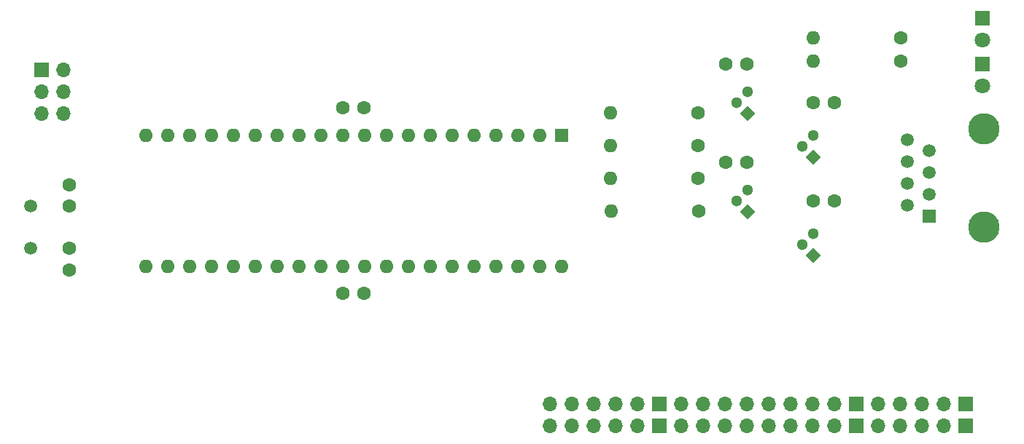
<source format=gbr>
%TF.GenerationSoftware,KiCad,Pcbnew,(5.1.10)-1*%
%TF.CreationDate,2022-08-14T17:25:08-06:00*%
%TF.ProjectId,network_card_a,6e657477-6f72-46b5-9f63-6172645f612e,rev?*%
%TF.SameCoordinates,Original*%
%TF.FileFunction,Soldermask,Bot*%
%TF.FilePolarity,Negative*%
%FSLAX46Y46*%
G04 Gerber Fmt 4.6, Leading zero omitted, Abs format (unit mm)*
G04 Created by KiCad (PCBNEW (5.1.10)-1) date 2022-08-14 17:25:08*
%MOMM*%
%LPD*%
G01*
G04 APERTURE LIST*
%ADD10C,1.600000*%
%ADD11O,1.600000X1.600000*%
%ADD12C,1.800000*%
%ADD13R,1.800000X1.800000*%
%ADD14R,1.700000X1.700000*%
%ADD15O,1.700000X1.700000*%
%ADD16C,1.500000*%
%ADD17R,1.600000X1.600000*%
%ADD18C,3.650000*%
%ADD19R,1.500000X1.500000*%
%ADD20C,1.300000*%
%ADD21C,0.100000*%
G04 APERTURE END LIST*
D10*
%TO.C,10k\u03A9*%
X435515000Y-287350200D03*
D11*
X425355000Y-287350200D03*
%TD*%
%TO.C,10k\u03A9*%
X425320460Y-279717500D03*
D10*
X435480460Y-279717500D03*
%TD*%
D11*
%TO.C,100k\u03A9*%
X425323000Y-283527500D03*
D10*
X435483000Y-283527500D03*
%TD*%
D12*
%TO.C,TX*%
X468475060Y-272770600D03*
D13*
X468475060Y-270230600D03*
%TD*%
D11*
%TO.C,4.7k\u03A9*%
X448815460Y-267157200D03*
D10*
X458975460Y-267157200D03*
%TD*%
D14*
%TO.C, *%
X359280460Y-270857980D03*
D15*
X361820460Y-270857980D03*
X359280460Y-273397980D03*
X361820460Y-273397980D03*
X359280460Y-275937980D03*
X361820460Y-275937980D03*
%TD*%
D10*
%TO.C,4.7k\u03A9*%
X458975460Y-269892780D03*
D11*
X448815460Y-269892780D03*
%TD*%
D10*
%TO.C,20pf*%
X362455460Y-284232980D03*
X362455460Y-286732980D03*
%TD*%
D16*
%TO.C, *%
X358010460Y-291632980D03*
X358010460Y-286732980D03*
%TD*%
D10*
%TO.C,20pf*%
X362455460Y-294135180D03*
X362455460Y-291635180D03*
%TD*%
%TO.C,0.1uf*%
X448815460Y-286097980D03*
X451315460Y-286097980D03*
%TD*%
%TO.C,0.1uf*%
X394205460Y-275302980D03*
X396705460Y-275302980D03*
%TD*%
%TO.C,0.1uf*%
X394205460Y-296892980D03*
X396705460Y-296892980D03*
%TD*%
D12*
%TO.C,RX*%
X468475060Y-267403580D03*
D13*
X468475060Y-264863580D03*
%TD*%
D15*
%TO.C,20pin conn.*%
X418299900Y-312326020D03*
X418299900Y-309786020D03*
X420839900Y-312326020D03*
X420839900Y-309786020D03*
X423379900Y-312326020D03*
X423379900Y-309786020D03*
X425919900Y-312326020D03*
X425919900Y-309786020D03*
X428459900Y-312326020D03*
X428459900Y-309786020D03*
D14*
X430999900Y-312326020D03*
X430999900Y-309786020D03*
D15*
X433539900Y-312326020D03*
X433539900Y-309786020D03*
X436079900Y-312326020D03*
X436079900Y-309786020D03*
X438619900Y-312326020D03*
X438619900Y-309786020D03*
X441159900Y-312326020D03*
X441159900Y-309786020D03*
X443699900Y-312326020D03*
X443699900Y-309786020D03*
X446239900Y-312326020D03*
X446239900Y-309786020D03*
X448779900Y-312326020D03*
X448779900Y-309786020D03*
X451319900Y-312326020D03*
X451319900Y-309786020D03*
D14*
X453859900Y-312326020D03*
X453859900Y-309786020D03*
D15*
X456399900Y-312326020D03*
X456399900Y-309786020D03*
X458939900Y-312326020D03*
X458939900Y-309786020D03*
X461479900Y-312326020D03*
X461479900Y-309786020D03*
X464019900Y-312326020D03*
X464019900Y-309786020D03*
D14*
X466559900Y-312326020D03*
X466559900Y-309786020D03*
%TD*%
D17*
%TO.C,atmega164*%
X419605460Y-278477980D03*
D11*
X371345460Y-293717980D03*
X417065460Y-278477980D03*
X373885460Y-293717980D03*
X414525460Y-278477980D03*
X376425460Y-293717980D03*
X411985460Y-278477980D03*
X378965460Y-293717980D03*
X409445460Y-278477980D03*
X381505460Y-293717980D03*
X406905460Y-278477980D03*
X384045460Y-293717980D03*
X404365460Y-278477980D03*
X386585460Y-293717980D03*
X401825460Y-278477980D03*
X389125460Y-293717980D03*
X399285460Y-278477980D03*
X391665460Y-293717980D03*
X396745460Y-278477980D03*
X394205460Y-293717980D03*
X394205460Y-278477980D03*
X396745460Y-293717980D03*
X391665460Y-278477980D03*
X399285460Y-293717980D03*
X389125460Y-278477980D03*
X401825460Y-293717980D03*
X386585460Y-278477980D03*
X404365460Y-293717980D03*
X384045460Y-278477980D03*
X406905460Y-293717980D03*
X381505460Y-278477980D03*
X409445460Y-293717980D03*
X378965460Y-278477980D03*
X411985460Y-293717980D03*
X376425460Y-278477980D03*
X414525460Y-293717980D03*
X373885460Y-278477980D03*
X417065460Y-293717980D03*
X371345460Y-278477980D03*
X419605460Y-293717980D03*
%TD*%
D18*
%TO.C,RJ45*%
X468627460Y-277766780D03*
X468627460Y-289196780D03*
D19*
X462277460Y-287926780D03*
D16*
X459737460Y-286656780D03*
X462277460Y-285386780D03*
X459737460Y-284116780D03*
X462277460Y-282846780D03*
X459737460Y-281576780D03*
X462277460Y-280306780D03*
X459737460Y-279036780D03*
%TD*%
D20*
%TO.C,BC547B*%
X439925460Y-274667980D03*
X441195460Y-273397980D03*
D21*
G36*
X442114699Y-275937980D02*
G01*
X441195460Y-276857219D01*
X440276221Y-275937980D01*
X441195460Y-275018741D01*
X442114699Y-275937980D01*
G37*
%TD*%
%TO.C,BC547B*%
G36*
X449734699Y-281017980D02*
G01*
X448815460Y-281937219D01*
X447896221Y-281017980D01*
X448815460Y-280098741D01*
X449734699Y-281017980D01*
G37*
D20*
X448815460Y-278477980D03*
X447545460Y-279747980D03*
%TD*%
D21*
%TO.C,BC547B*%
G36*
X449734699Y-292447980D02*
G01*
X448815460Y-293367219D01*
X447896221Y-292447980D01*
X448815460Y-291528741D01*
X449734699Y-292447980D01*
G37*
D20*
X448815460Y-289907980D03*
X447545460Y-291177980D03*
%TD*%
%TO.C,BC547B*%
X439925460Y-286097980D03*
X441195460Y-284827980D03*
D21*
G36*
X442114699Y-287367980D02*
G01*
X441195460Y-288287219D01*
X440276221Y-287367980D01*
X441195460Y-286448741D01*
X442114699Y-287367980D01*
G37*
%TD*%
D11*
%TO.C,100k\u03A9*%
X425320460Y-275920200D03*
D10*
X435480460Y-275920200D03*
%TD*%
%TO.C,0.1uf*%
X438655460Y-270222980D03*
X441155460Y-270222980D03*
%TD*%
%TO.C,0.1uf*%
X441155460Y-281652980D03*
X438655460Y-281652980D03*
%TD*%
%TO.C,0.1uf*%
X451315460Y-274667980D03*
X448815460Y-274667980D03*
%TD*%
M02*

</source>
